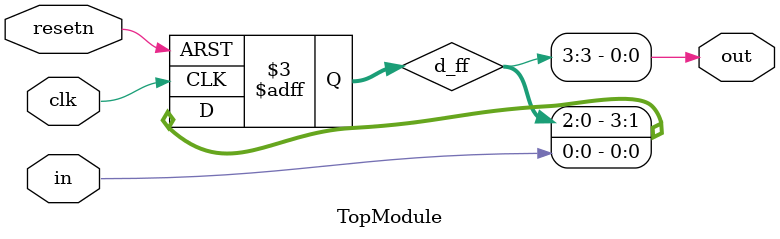
<source format=sv>

module TopModule (
  input clk,
  input resetn,
  input in,
  output out
);

  reg [3:0] d_ff;

  always @(posedge clk or negedge resetn) begin
    if (~resetn) begin
      d_ff <= 4'b0;
    end else begin
      d_ff <= {d_ff[2:0], in};
    end
  end

  assign out = d_ff[3];

endmodule
/*
Insufficient Understanding of Circuit Concepts: Syn / Asyn
*/
/*
The testbench simulated, but had errors. Please fix the module. The output of iverilog is as follows:
VCD info: dumpfile wave.vcd opened for output.
D:/MyVerilogDebugger/Dataset/dataset_verilog-eval-human/Prob060_m2014_q4k_test.sv:21: $finish called at 1496 (1ps)
Hint: Output 'out' has 14 mismatches. First mismatch occurred at time 270.
Hint: Total mismatched samples is 14 out of 299 samples

Simulation finished at 1496 ps
Mismatches: 14 in 299 samples
*/

</source>
